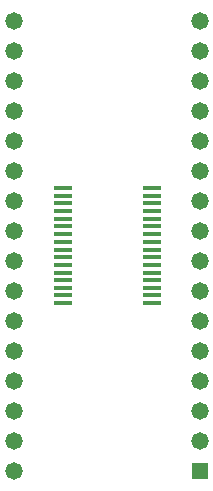
<source format=gts>
G04*
G04 #@! TF.GenerationSoftware,Altium Limited,Altium Designer,24.9.1 (31)*
G04*
G04 Layer_Color=8388736*
%FSLAX44Y44*%
%MOMM*%
G71*
G04*
G04 #@! TF.SameCoordinates,21AEE92C-E314-49C0-A966-B7B5AD7E222B*
G04*
G04*
G04 #@! TF.FilePolarity,Negative*
G04*
G01*
G75*
%ADD16R,1.5748X0.4572*%
%ADD17C,1.4716*%
%ADD18R,1.4716X1.4716*%
D16*
X1726311Y410972D02*
D03*
Y417576D02*
D03*
Y423926D02*
D03*
Y430530D02*
D03*
Y436880D02*
D03*
Y443484D02*
D03*
Y450088D02*
D03*
Y456438D02*
D03*
Y463042D02*
D03*
Y469392D02*
D03*
Y475996D02*
D03*
Y482600D02*
D03*
Y488950D02*
D03*
Y495554D02*
D03*
Y501904D02*
D03*
Y508508D02*
D03*
X1650619D02*
D03*
Y501904D02*
D03*
Y495554D02*
D03*
Y488950D02*
D03*
Y482600D02*
D03*
Y475996D02*
D03*
Y469392D02*
D03*
Y463042D02*
D03*
Y456438D02*
D03*
Y450088D02*
D03*
Y443484D02*
D03*
Y436880D02*
D03*
Y430530D02*
D03*
Y423926D02*
D03*
Y417576D02*
D03*
Y410972D02*
D03*
D17*
X1609090Y650240D02*
D03*
Y624840D02*
D03*
Y599440D02*
D03*
Y574040D02*
D03*
Y548640D02*
D03*
Y523240D02*
D03*
Y497840D02*
D03*
Y472440D02*
D03*
Y447040D02*
D03*
Y421640D02*
D03*
Y396240D02*
D03*
Y370840D02*
D03*
Y345440D02*
D03*
Y320040D02*
D03*
Y294640D02*
D03*
Y269240D02*
D03*
X1766570Y294640D02*
D03*
Y320040D02*
D03*
Y345440D02*
D03*
Y370840D02*
D03*
Y396240D02*
D03*
Y421640D02*
D03*
Y447040D02*
D03*
Y472440D02*
D03*
Y497840D02*
D03*
Y523240D02*
D03*
Y548640D02*
D03*
Y574040D02*
D03*
Y599440D02*
D03*
Y624840D02*
D03*
Y650240D02*
D03*
D18*
Y269240D02*
D03*
M02*

</source>
